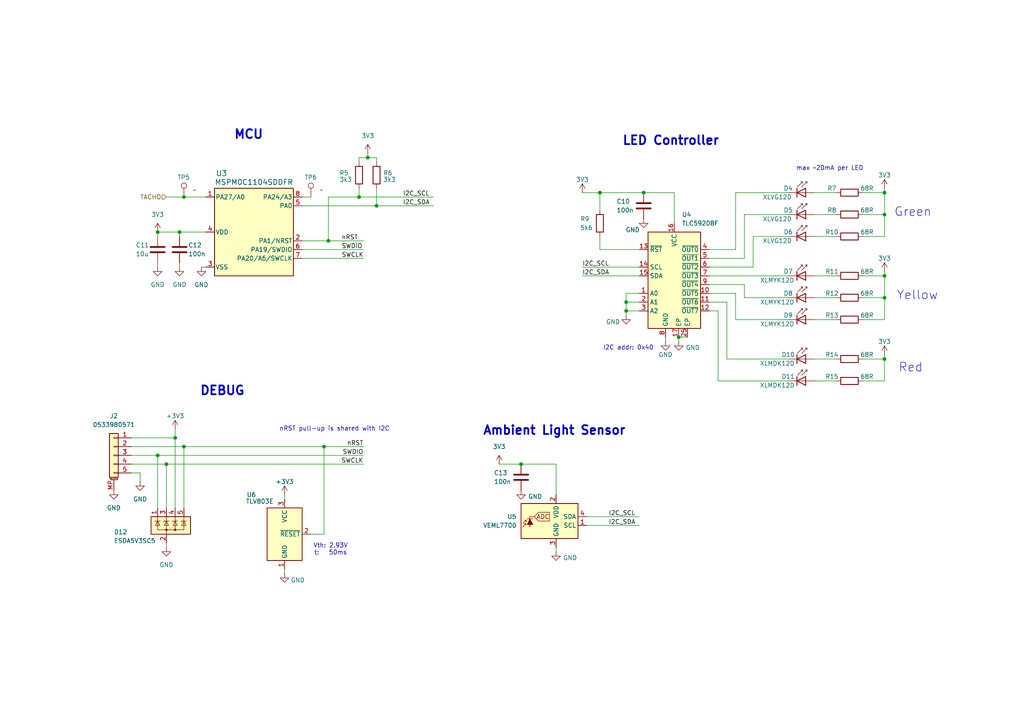
<source format=kicad_sch>
(kicad_sch (version 20231120) (generator "eeschema") (generator_version "8.0")
  (paper "A4")
  (lib_symbols
    (symbol "Connector:TestPoint" (pin_numbers hide) (pin_names (offset 0.762) hide)
      (property "Reference" "TP" (at 0 6.858 0))
      (property "Value" "TestPoint" (at 0 5.08 0))
      (symbol "TestPoint_0_1"
        (circle (center 0 3.302) (radius 0.762))
      )
      (symbol "TestPoint_1_1"
        (pin passive line (at 0 0 90) (length 2.54) (name "1") (number "1"))
      )
    )
    (symbol "Connector_Generic_MountingPin:Conn_01x05_MountingPin" (pin_names (offset 1.016) hide)
      (property "Reference" "J" (at 0 7.62 0))
      (property "Value" "Conn_01x05_MountingPin" (at 1.27 -7.62 0))
      (symbol "Conn_01x05_MountingPin_1_1"
        (rectangle (start -1.27 -4.953) (end 0 -5.207) (stroke (width 0.1524)))
        (rectangle (start -1.27 -2.413) (end 0 -2.667) (stroke (width 0.1524)))
        (rectangle (start -1.27 0.127) (end 0 -0.127) (stroke (width 0.1524)))
        (rectangle (start -1.27 2.667) (end 0 2.413) (stroke (width 0.1524)))
        (rectangle (start -1.27 5.207) (end 0 4.953) (stroke (width 0.1524)))
        (rectangle (start -1.27 6.35) (end 1.27 -6.35) (stroke (width 0.254)) (fill (type background)))
        (polyline (pts (xy -1.016 -7.112) (xy 1.016 -7.112)) (stroke (width 0.1524)))
        (text "Mounting" (at 0 -6.731 0) (effects (font (size 0.381 0.381))))
        (pin passive line (at -5.08 5.08 0) (length 3.81) (name "Pin_1") (number "1"))
        (pin passive line (at -5.08 2.54 0) (length 3.81) (name "Pin_2") (number "2"))
        (pin passive line (at -5.08 0 0) (length 3.81) (name "Pin_3") (number "3"))
        (pin passive line (at -5.08 -2.54 0) (length 3.81) (name "Pin_4") (number "4"))
        (pin passive line (at -5.08 -5.08 0) (length 3.81) (name "Pin_5") (number "5"))
        (pin passive line (at 0 -10.16 90) (length 3.048) (name "MountPin") (number "MP"))
      )
    )
    (symbol "Device:C" (pin_numbers hide) (pin_names (offset 0.254))
      (property "Reference" "C" (at 0.635 2.54 0))
      (property "Value" "C" (at 0.635 -2.54 0))
      (symbol "C_0_1"
        (polyline (pts (xy -2.032 -0.762) (xy 2.032 -0.762)) (stroke (width 0.508)))
        (polyline (pts (xy -2.032 0.762) (xy 2.032 0.762)) (stroke (width 0.508)))
      )
      (symbol "C_1_1"
        (pin passive line (at 0 3.81 270) (length 2.794) (name "~") (number "1"))
        (pin passive line (at 0 -3.81 90) (length 2.794) (name "~") (number "2"))
      )
    )
    (symbol "Device:R" (pin_numbers hide) (pin_names (offset 0))
      (property "Reference" "R" (at 2.032 0 90))
      (property "Value" "R" (at 0 0 90))
      (symbol "R_0_1"
        (rectangle (start -1.016 -2.54) (end 1.016 2.54) (stroke (width 0.254)))
      )
      (symbol "R_1_1"
        (pin passive line (at 0 3.81 270) (length 1.27) (name "~") (number "1"))
        (pin passive line (at 0 -3.81 90) (length 1.27) (name "~") (number "2"))
      )
    )
    (symbol "LED:LD271" (pin_numbers hide) (pin_names (offset 1.016) hide)
      (property "Reference" "D" (at 0.508 1.778 0))
      (property "Value" "LD271" (at -1.016 -2.794 0))
      (symbol "LD271_0_1"
        (polyline (pts (xy -2.54 1.27) (xy -2.54 -1.27)) (stroke (width 0.254)))
        (polyline (pts (xy 0 0) (xy -2.54 0)))
        (polyline (pts (xy 0.381 3.175) (xy -0.127 3.175)))
        (polyline (pts (xy -1.143 1.651) (xy 0.381 3.175) (xy 0.381 2.667)))
        (polyline (pts (xy 0 -1.27) (xy -2.54 0) (xy 0 1.27) (xy 0 -1.27)) (stroke (width 0.254)))
        (polyline (pts (xy -2.413 1.651) (xy -0.889 3.175) (xy -0.889 2.667) (xy -0.889 3.175) (xy -1.397 3.175)))
      )
      (symbol "LD271_1_1"
        (pin passive line (at -5.08 0 0) (length 2.54) (name "K") (number "1"))
        (pin passive line (at 2.54 0 180) (length 2.54) (name "A") (number "2"))
      )
    )
    (symbol "Personal_lib:MSPM0C1104SDDFR" (pin_names (offset 0.254))
      (property "Reference" "U" (at 8.382 8.89 0))
      (property "Value" "MSPM0C1104SDDFR" (at 18.796 6.604 0))
      (symbol "MSPM0C1104SDDFR_1_1"
        (rectangle (start 7.62 5.08) (end 30.48 -20.32) (stroke (width 0.254)) (fill (type background)))
        (pin bidirectional line (at 5.08 2.54 0) (length 2.54) (name "PA27/A0") (number "1"))
        (pin bidirectional line (at 33.02 -10.16 180) (length 2.54) (name "PA1/NRST") (number "2"))
        (pin power_in line (at 5.08 -17.78 0) (length 2.54) (name "VSS") (number "3"))
        (pin power_in line (at 5.08 -7.62 0) (length 2.54) (name "VDD") (number "4"))
        (pin bidirectional line (at 33.02 0 180) (length 2.54) (name "PA0") (number "5"))
        (pin bidirectional line (at 33.02 -12.7 180) (length 2.54) (name "PA19/SWDIO") (number "6"))
        (pin bidirectional line (at 33.02 -15.24 180) (length 2.54) (name "PA20/A6/SWCLK") (number "7"))
        (pin bidirectional line (at 33.02 2.54 180) (length 2.54) (name "PA24/A3") (number "8"))
      )
    )
    (symbol "Personal_lib:TLC59208F"
      (property "Reference" "U" (at -13.208 16.51 0))
      (property "Value" "TLC59208F" (at -8.636 14.478 0))
      (symbol "TLC59208F_1_0"
        (pin input line (at -10.16 -5.08 0) (length 2.54) (name "A0") (number "1"))
        (pin open_collector line (at 10.16 -5.08 180) (length 2.54) (name "~{OUT5}") (number "10"))
        (pin open_collector line (at 10.16 -7.62 180) (length 2.54) (name "~{OUT6}") (number "11"))
        (pin open_collector line (at 10.16 -10.16 180) (length 2.54) (name "~{OUT7}") (number "12"))
        (pin input line (at -10.16 7.62 0) (length 2.54) (name "~{RST}") (number "13"))
        (pin bidirectional line (at -10.16 2.54 0) (length 2.54) (name "SCL") (number "14"))
        (pin bidirectional line (at -10.16 0 0) (length 2.54) (name "SDA") (number "15"))
        (pin power_in line (at 0 15.24 270) (length 2.54) (name "VCC") (number "16"))
        (pin power_in line (at 1.27 -17.78 90) (length 2.54) (name "EP") (number "17"))
        (pin input line (at -10.16 -7.62 0) (length 2.54) (name "A1") (number "2"))
        (pin power_in line (at 3.81 -17.78 90) (length 2.54) (name "EP") (number "25"))
        (pin input line (at -10.16 -10.16 0) (length 2.54) (name "A2") (number "3"))
        (pin open_collector line (at 10.16 7.62 180) (length 2.54) (name "~{OUT0}") (number "4"))
        (pin open_collector line (at 10.16 5.08 180) (length 2.54) (name "~{OUT1}") (number "5"))
        (pin open_collector line (at 10.16 2.54 180) (length 2.54) (name "~{OUT2}") (number "6"))
        (pin open_collector line (at 10.16 0 180) (length 2.54) (name "~{OUT3}") (number "7"))
        (pin power_in line (at -2.54 -17.78 90) (length 2.54) (name "GND") (number "8"))
        (pin open_collector line (at 10.16 -2.54 180) (length 2.54) (name "~{OUT4}") (number "9"))
      )
      (symbol "TLC59208F_1_1"
        (rectangle (start -7.62 12.7) (end 7.62 -15.24) (stroke (width 0.254)) (fill (type background)))
      )
    )
    (symbol "Personal_lib:TLV803ExxxDBZ"
      (property "Reference" "U" (at 2.54 12.7 0))
      (property "Value" "TLV803E" (at 5.08 10.16 0))
      (symbol "TLV803ExxxDBZ_0_1"
        (rectangle (start 5.08 7.62) (end -5.08 -7.62) (stroke (width 0.254)) (fill (type background)))
      )
      (symbol "TLV803ExxxDBZ_1_1"
        (pin power_in line (at 0 -10.16 90) (length 2.54) (name "GND") (number "1"))
        (pin output line (at 7.62 0 180) (length 2.54) (name "~{RESET}") (number "2"))
        (pin power_in line (at 0 10.16 270) (length 2.54) (name "VCC") (number "3"))
      )
    )
    (symbol "Personal_lib:VEML7700"
      (property "Reference" "U" (at -6.35 6.35 0))
      (property "Value" "VEML7700" (at 3.81 6.35 0))
      (symbol "VEML7700_0_0"
        (polyline (pts (xy -3.81 1.27) (xy -2.54 2.54) (xy 0.635 2.54) (xy 0.635 0) (xy -2.54 0) (xy -3.81 1.27)))
        (text "ADC" (at -1.27 1.27 0) (effects (font (size 1.27 1.27))))
      )
      (symbol "VEML7700_0_1"
        (rectangle (start -7.62 5.08) (end 8.89 -5.08) (stroke (width 0.254)) (fill (type background)))
      )
      (symbol "VEML7700_1_0"
        (polyline (pts (xy -5.08 -1.524) (xy -5.08 1.27) (xy -3.81 1.27)))
      )
      (symbol "VEML7700_1_1"
        (polyline (pts (xy -6.223 -0.762) (xy -7.112 -1.651)))
        (polyline (pts (xy -6.223 -0.762) (xy -6.731 -0.762)))
        (polyline (pts (xy -6.223 -0.762) (xy -6.223 -1.27)))
        (polyline (pts (xy -6.096 0.254) (xy -6.985 -0.635)))
        (polyline (pts (xy -6.096 0.254) (xy -6.604 0.254)))
        (polyline (pts (xy -6.096 0.254) (xy -6.096 -0.254)))
        (polyline (pts (xy -5.842 0.635) (xy -4.191 0.635)))
        (polyline (pts (xy -4.826 -1.524) (xy -5.334 -1.524)))
        (polyline (pts (xy -5.842 -1.016) (xy -4.191 -1.016) (xy -5.08 0.635) (xy -5.842 -1.016)) (fill (type outline)))
        (pin input line (at 11.43 -1.27 180) (length 2.54) (name "SCL") (number "1"))
        (pin power_in line (at 2.54 7.62 270) (length 2.54) (name "VDD") (number "2"))
        (pin power_in line (at 2.54 -7.62 90) (length 2.54) (name "GND") (number "3"))
        (pin bidirectional line (at 11.43 1.27 180) (length 2.54) (name "SDA") (number "4"))
      )
    )
    (symbol "Power_Protection:ESDA5V3SC5" (pin_names hide)
      (property "Reference" "D" (at 7.62 2.54 0))
      (property "Value" "ESDA5V3SC5" (at 7.62 0.635 0))
      (symbol "ESDA5V3SC5_0_0"
        (pin passive line (at 0 -5.08 90) (length 2.54) (name "A") (number "2"))
      )
      (symbol "ESDA5V3SC5_0_1"
        (rectangle (start -4.445 2.54) (end 6.985 -2.54) (stroke (width 0.254)) (fill (type background)))
        (circle (center 0 -1.27) (radius 0.254) (fill (type outline)))
        (polyline (pts (xy -2.54 2.54) (xy -2.54 1.27)))
        (polyline (pts (xy 0 -1.27) (xy 0 -2.54)))
        (polyline (pts (xy 0 -1.27) (xy 0 1.27)))
        (polyline (pts (xy 0 2.54) (xy 0 1.27)))
        (polyline (pts (xy 2.54 2.54) (xy 2.54 1.27)))
        (polyline (pts (xy 5.08 2.54) (xy 5.08 1.27)))
        (polyline (pts (xy -3.302 1.016) (xy -3.302 1.27) (xy -1.778 1.27)))
        (polyline (pts (xy 0.762 1.27) (xy -0.762 1.27) (xy -0.762 1.016)))
        (polyline (pts (xy 5.08 1.27) (xy 5.08 -1.27) (xy 2.54 -1.27)))
        (polyline (pts (xy -2.54 1.27) (xy -2.54 -1.27) (xy 2.54 -1.27) (xy 2.54 1.27)))
        (polyline (pts (xy -2.54 1.27) (xy -1.905 0) (xy -3.175 0) (xy -2.54 1.27)))
        (polyline (pts (xy 0.635 0) (xy -0.635 0) (xy 0 1.27) (xy 0.635 0)))
        (polyline (pts (xy 1.778 1.016) (xy 1.778 1.27) (xy 3.175 1.27) (xy 3.302 1.27)))
        (polyline (pts (xy 2.54 1.27) (xy 1.905 0) (xy 3.175 0) (xy 2.54 1.27)))
        (polyline (pts (xy 4.318 1.016) (xy 4.318 1.27) (xy 5.715 1.27) (xy 5.842 1.27)))
        (polyline (pts (xy 5.08 1.27) (xy 4.445 0) (xy 5.715 0) (xy 5.08 1.27)))
        (circle (center 2.54 -1.27) (radius 0.254) (fill (type outline)))
      )
      (symbol "ESDA5V3SC5_1_1"
        (pin passive line (at -2.54 5.08 270) (length 2.54) (name "K") (number "1"))
        (pin passive line (at 0 5.08 270) (length 2.54) (name "K") (number "3"))
        (pin passive line (at 2.54 5.08 270) (length 2.54) (name "K") (number "4"))
        (pin passive line (at 5.08 5.08 270) (length 2.54) (name "K") (number "5"))
      )
    )
    (symbol "power:+12V" (power) (pin_numbers hide) (pin_names (offset 0) hide)
      (property "Value" "+12V" (at 0 3.556 0))
      (symbol "+12V_0_1"
        (polyline (pts (xy -0.762 1.27) (xy 0 2.54)))
        (polyline (pts (xy 0 0) (xy 0 2.54)))
        (polyline (pts (xy 0 2.54) (xy 0.762 1.27)))
      )
      (symbol "+12V_1_1"
        (pin power_in line (at 0 0 90) (length 0) (name "~") (number "1"))
      )
    )
    (symbol "power:+3V3" (power) (pin_names (offset 0))
      (property "Value" "+3V3" (at 0 3.556 0))
      (symbol "+3V3_0_1"
        (polyline (pts (xy -0.762 1.27) (xy 0 2.54)))
        (polyline (pts (xy 0 0) (xy 0 2.54)))
        (polyline (pts (xy 0 2.54) (xy 0.762 1.27)))
      )
      (symbol "+3V3_1_1"
        (pin power_in line (at 0 0 90) (length 0) hide (name "+3V3") (number "1"))
      )
    )
    (symbol "power:GND" (power) (pin_numbers hide) (pin_names (offset 0) hide)
      (property "Value" "GND" (at 0 -3.81 0))
      (symbol "GND_0_1"
        (polyline (pts (xy 0 0) (xy 0 -1.27) (xy 1.27 -1.27) (xy 0 -2.54) (xy -1.27 -1.27) (xy 0 -1.27)))
      )
      (symbol "GND_1_1"
        (pin power_in line (at 0 0 270) (length 0) (name "~") (number "1"))
      )
    )
  )
  (junction (at 106.68 45.72))
  (junction (at 95.25 69.85))
  (junction (at 48.26 134.62))
  (junction (at 53.34 129.54))
  (junction (at 256.54 86.36))
  (junction (at 52.07 67.31))
  (junction (at 53.34 57.15))
  (junction (at 173.99 55.88))
  (junction (at 256.54 62.23))
  (junction (at 104.14 57.15))
  (junction (at 45.72 67.31))
  (junction (at 50.8 127))
  (junction (at 186.69 55.88))
  (junction (at 93.98 129.54))
  (junction (at 181.61 90.17))
  (junction (at 196.85 97.79))
  (junction (at 181.61 87.63))
  (junction (at 256.54 104.14))
  (junction (at 256.54 80.01))
  (junction (at 151.13 134.62))
  (junction (at 256.54 55.88))
  (junction (at 45.72 132.08))
  (junction (at 109.22 59.69))
  (wire (pts (xy 210.82 87.63) (xy 210.82 104.14)))
  (wire (pts (xy 50.8 124.46) (xy 50.8 127)))
  (wire (pts (xy 195.58 55.88) (xy 195.58 64.77)))
  (wire (pts (xy 173.99 68.58) (xy 173.99 72.39)))
  (wire (pts (xy 87.63 59.69) (xy 109.22 59.69)))
  (wire (pts (xy 215.9 62.23) (xy 228.6 62.23)))
  (wire (pts (xy 213.36 85.09) (xy 213.36 92.71)))
  (wire (pts (xy 185.42 90.17) (xy 181.61 90.17)))
  (wire (pts (xy 87.63 74.93) (xy 105.41 74.93)))
  (wire (pts (xy 50.8 147.32) (xy 50.8 127)))
  (wire (pts (xy 95.25 57.15) (xy 104.14 57.15)))
  (wire (pts (xy 236.22 80.01) (xy 242.57 80.01)))
  (wire (pts (xy 173.99 72.39) (xy 185.42 72.39)))
  (wire (pts (xy 173.99 55.88) (xy 186.69 55.88)))
  (wire (pts (xy 205.74 85.09) (xy 213.36 85.09)))
  (wire (pts (xy 151.13 134.62) (xy 161.29 134.62)))
  (wire (pts (xy 170.18 149.86) (xy 185.42 149.86)))
  (wire (pts (xy 205.74 90.17) (xy 208.28 90.17)))
  (wire (pts (xy 38.1 132.08) (xy 45.72 132.08)))
  (wire (pts (xy 250.19 86.36) (xy 256.54 86.36)))
  (wire (pts (xy 256.54 102.87) (xy 256.54 104.14)))
  (wire (pts (xy 45.72 132.08) (xy 45.72 147.32)))
  (wire (pts (xy 236.22 62.23) (xy 242.57 62.23)))
  (wire (pts (xy 38.1 134.62) (xy 48.26 134.62)))
  (wire (pts (xy 52.07 67.31) (xy 59.69 67.31)))
  (wire (pts (xy 82.55 143.51) (xy 82.55 144.78)))
  (wire (pts (xy 193.04 99.06) (xy 193.04 97.79)))
  (wire (pts (xy 256.54 54.61) (xy 256.54 55.88)))
  (wire (pts (xy 58.42 77.47) (xy 59.69 77.47)))
  (wire (pts (xy 205.74 72.39) (xy 213.36 72.39)))
  (wire (pts (xy 213.36 92.71) (xy 228.6 92.71)))
  (wire (pts (xy 168.91 80.01) (xy 185.42 80.01)))
  (wire (pts (xy 45.72 67.31) (xy 52.07 67.31)))
  (wire (pts (xy 45.72 76.2) (xy 45.72 77.47)))
  (wire (pts (xy 236.22 68.58) (xy 242.57 68.58)))
  (wire (pts (xy 250.19 68.58) (xy 256.54 68.58)))
  (wire (pts (xy 185.42 87.63) (xy 181.61 87.63)))
  (wire (pts (xy 45.72 67.31) (xy 45.72 68.58)))
  (wire (pts (xy 48.26 134.62) (xy 105.41 134.62)))
  (wire (pts (xy 48.26 57.15) (xy 53.34 57.15)))
  (wire (pts (xy 205.74 82.55) (xy 215.9 82.55)))
  (wire (pts (xy 208.28 110.49) (xy 228.6 110.49)))
  (wire (pts (xy 53.34 129.54) (xy 93.98 129.54)))
  (wire (pts (xy 109.22 54.61) (xy 109.22 59.69)))
  (wire (pts (xy 196.85 99.06) (xy 196.85 97.79)))
  (wire (pts (xy 106.68 45.72) (xy 109.22 45.72)))
  (wire (pts (xy 93.98 154.94) (xy 93.98 129.54)))
  (wire (pts (xy 170.18 152.4) (xy 185.42 152.4)))
  (wire (pts (xy 186.69 55.88) (xy 195.58 55.88)))
  (wire (pts (xy 87.63 57.15) (xy 90.17 57.15)))
  (wire (pts (xy 53.34 57.15) (xy 59.69 57.15)))
  (wire (pts (xy 52.07 67.31) (xy 52.07 68.58)))
  (wire (pts (xy 250.19 92.71) (xy 256.54 92.71)))
  (wire (pts (xy 236.22 110.49) (xy 242.57 110.49)))
  (wire (pts (xy 236.22 92.71) (xy 242.57 92.71)))
  (wire (pts (xy 104.14 46.99) (xy 104.14 45.72)))
  (wire (pts (xy 52.07 76.2) (xy 52.07 77.47)))
  (wire (pts (xy 173.99 55.88) (xy 173.99 60.96)))
  (wire (pts (xy 236.22 104.14) (xy 242.57 104.14)))
  (wire (pts (xy 95.25 69.85) (xy 95.25 57.15)))
  (wire (pts (xy 218.44 68.58) (xy 228.6 68.58)))
  (wire (pts (xy 38.1 137.16) (xy 40.64 137.16)))
  (wire (pts (xy 168.91 55.88) (xy 173.99 55.88)))
  (wire (pts (xy 215.9 86.36) (xy 228.6 86.36)))
  (wire (pts (xy 90.17 154.94) (xy 93.98 154.94)))
  (wire (pts (xy 109.22 59.69) (xy 125.73 59.69)))
  (wire (pts (xy 87.63 69.85) (xy 95.25 69.85)))
  (wire (pts (xy 215.9 74.93) (xy 215.9 62.23)))
  (wire (pts (xy 181.61 90.17) (xy 181.61 91.44)))
  (wire (pts (xy 236.22 86.36) (xy 242.57 86.36)))
  (wire (pts (xy 236.22 55.88) (xy 242.57 55.88)))
  (wire (pts (xy 95.25 69.85) (xy 105.41 69.85)))
  (wire (pts (xy 213.36 55.88) (xy 228.6 55.88)))
  (wire (pts (xy 144.78 134.62) (xy 151.13 134.62)))
  (wire (pts (xy 250.19 104.14) (xy 256.54 104.14)))
  (wire (pts (xy 256.54 86.36) (xy 256.54 92.71)))
  (wire (pts (xy 82.55 165.1) (xy 82.55 166.37)))
  (wire (pts (xy 161.29 160.02) (xy 161.29 158.75)))
  (wire (pts (xy 45.72 132.08) (xy 105.41 132.08)))
  (wire (pts (xy 106.68 45.72) (xy 106.68 44.45)))
  (wire (pts (xy 218.44 77.47) (xy 218.44 68.58)))
  (wire (pts (xy 205.74 80.01) (xy 228.6 80.01)))
  (wire (pts (xy 104.14 57.15) (xy 125.73 57.15)))
  (wire (pts (xy 185.42 85.09) (xy 181.61 85.09)))
  (wire (pts (xy 53.34 129.54) (xy 53.34 147.32)))
  (wire (pts (xy 256.54 55.88) (xy 256.54 62.23)))
  (wire (pts (xy 250.19 110.49) (xy 256.54 110.49)))
  (wire (pts (xy 205.74 77.47) (xy 218.44 77.47)))
  (wire (pts (xy 215.9 82.55) (xy 215.9 86.36)))
  (wire (pts (xy 208.28 90.17) (xy 208.28 110.49)))
  (wire (pts (xy 256.54 62.23) (xy 256.54 68.58)))
  (wire (pts (xy 168.91 77.47) (xy 185.42 77.47)))
  (wire (pts (xy 48.26 134.62) (xy 48.26 147.32)))
  (wire (pts (xy 199.39 97.79) (xy 196.85 97.79)))
  (wire (pts (xy 210.82 104.14) (xy 228.6 104.14)))
  (wire (pts (xy 205.74 87.63) (xy 210.82 87.63)))
  (wire (pts (xy 38.1 129.54) (xy 53.34 129.54)))
  (wire (pts (xy 205.74 74.93) (xy 215.9 74.93)))
  (wire (pts (xy 256.54 78.74) (xy 256.54 80.01)))
  (wire (pts (xy 181.61 85.09) (xy 181.61 87.63)))
  (wire (pts (xy 104.14 54.61) (xy 104.14 57.15)))
  (wire (pts (xy 93.98 129.54) (xy 105.41 129.54)))
  (wire (pts (xy 40.64 137.16) (xy 40.64 139.7)))
  (wire (pts (xy 161.29 134.62) (xy 161.29 143.51)))
  (wire (pts (xy 256.54 104.14) (xy 256.54 110.49)))
  (wire (pts (xy 181.61 87.63) (xy 181.61 90.17)))
  (wire (pts (xy 87.63 72.39) (xy 105.41 72.39)))
  (wire (pts (xy 38.1 127) (xy 50.8 127)))
  (wire (pts (xy 109.22 45.72) (xy 109.22 46.99)))
  (wire (pts (xy 104.14 45.72) (xy 106.68 45.72)))
  (wire (pts (xy 256.54 80.01) (xy 256.54 86.36)))
  (wire (pts (xy 250.19 80.01) (xy 256.54 80.01)))
  (wire (pts (xy 250.19 62.23) (xy 256.54 62.23)))
  (wire (pts (xy 250.19 55.88) (xy 256.54 55.88)))
  (wire (pts (xy 213.36 72.39) (xy 213.36 55.88)))
  (wire (pts (xy 48.26 157.48) (xy 48.26 158.75)))
  (text "I2C addr: 0x40" (at 182.245 100.965 0) (effects (font (size 1.27 1.27))))
  (text "Green\n" (at 264.795 61.595 0) (effects (font (size 2.54 2.54))))
  (text "Red" (at 264.16 106.68 0) (effects (font (size 2.54 2.54))))
  (text "max ~20mA per LED" (at 240.665 48.895 0) (effects (font (size 1.27 1.27))))
  (text "Ambient Light Sensor" (at 160.782 124.968 0) (effects (font (size 2.54 2.54) (thickness 0.508) (bold yes))))
  (text "MCU" (at 72.136 39.116 0) (effects (font (size 2.54 2.54) (thickness 0.508) (bold yes))))
  (text "nRST pull-up is shared with I2C" (at 97.028 124.46 0) (effects (font (size 1.27 1.27))))
  (text "Yellow" (at 266.065 85.725 0) (effects (font (size 2.54 2.54))))
  (text "Vth: 2.93V\nt:   50ms" (at 95.885 159.385 0) (effects (font (size 1.27 1.27))))
  (text "LED Controller" (at 194.564 40.894 0) (effects (font (size 2.54 2.54) (thickness 0.508) (bold yes))))
  (text "DEBUG" (at 71.12 114.935 0) (effects (font (size 2.54 2.54) (thickness 0.508) (bold yes)) (justify right bottom)))
  (label "SWCLK" (at 99.06 74.93 0))
  (label "I2C_SCL" (at 116.84 57.15 0))
  (label "nRST" (at 99.06 69.85 0))
  (label "I2C_SDA" (at 176.53 152.4 0))
  (label "SWDIO" (at 99.06 72.39 0))
  (label "SWDIO" (at 105.41 132.08 180))
  (label "I2C_SDA" (at 168.91 80.01 0))
  (label "I2C_SDA" (at 116.84 59.69 0))
  (label "I2C_SCL" (at 168.91 77.47 0))
  (label "SWCLK" (at 105.41 134.62 180))
  (label "nRST" (at 105.41 129.54 180))
  (label "I2C_SCL" (at 176.53 149.86 0))
  (hierarchical_label "TACHO" (shape input) (at 48.26 57.15 180))
  (symbol (lib_id "power:GND") (at 161.29 160.02 0) (unit 1)
    (property "Reference" "#PWR038" (effects (hide yes)))
    (property "Value" "GND" (at 165.354 161.798 0))
    (property "Description" "Power symbol creates a global label with name \"GND\" , ground" (effects (hide yes)))
  )
  (symbol (lib_id "power:GND") (at 33.02 142.24 0) (mirror y) (unit 1)
    (property "Reference" "#PWR034" (effects (hide yes)))
    (property "Value" "GND" (at 33.02 147.32 0))
  )
  (symbol (lib_id "Connector_Generic_MountingPin:Conn_01x05_MountingPin") (at 33.02 132.08 0) (mirror y) (unit 1)
    (property "Reference" "J2" (at 33.02 120.65 0))
    (property "Value" "0533980571" (at 33.02 123.19 0))
    (property "Footprint" "Connector_Molex:Molex_PicoBlade_53398-0571_1x05-1MP_P1.25mm_Vertical" (effects (hide yes)))
  )
  (symbol (lib_id "LED:LD271") (at 233.68 80.01 0) (unit 1)
    (property "Reference" "D7" (at 228.6 78.74 0))
    (property "Value" "XLMYK12D" (at 225.425 81.28 0))
    (property "Footprint" "LED_THT:LED_D5.0mm_IRGrey" (effects (hide yes)))
    (property "MPN" "XLMYK12D" (effects (hide yes)))
  )
  (symbol (lib_id "LED:LD271") (at 233.68 104.14 0) (unit 1)
    (property "Reference" "D10" (at 228.6 102.87 0))
    (property "Value" "XLMDK12D" (at 225.425 105.41 0))
    (property "Footprint" "LED_THT:LED_D5.0mm_IRGrey" (effects (hide yes)))
    (property "MPN" "XLMDK12D" (effects (hide yes)))
  )
  (symbol (lib_id "power:GND") (at 52.07 77.47 0) (unit 1)
    (property "Reference" "#PWR024" (effects (hide yes)))
    (property "Value" "GND" (at 52.07 82.55 0))
    (property "Description" "Power symbol creates a global label with name \"GND\" , ground" (effects (hide yes)))
  )
  (symbol (lib_id "Device:R") (at 246.38 110.49 90) (unit 1)
    (property "Reference" "R15" (at 241.3 109.22 90))
    (property "Value" "68R" (at 251.46 109.22 90))
    (property "Footprint" "Resistor_SMD:R_0402_1005Metric" (effects (hide yes)))
    (property "Description" "Resistor" (effects (hide yes)))
  )
  (symbol (lib_id "Device:R") (at 246.38 86.36 90) (unit 1)
    (property "Reference" "R12" (at 241.3 85.09 90))
    (property "Value" "68R" (at 251.46 85.09 90))
    (property "Footprint" "Resistor_SMD:R_0402_1005Metric" (effects (hide yes)))
    (property "Description" "Resistor" (effects (hide yes)))
  )
  (symbol (lib_id "LED:LD271") (at 233.68 110.49 0) (unit 1)
    (property "Reference" "D11" (at 228.6 109.22 0))
    (property "Value" "XLMDK12D" (at 225.425 111.76 0))
    (property "Footprint" "LED_THT:LED_D5.0mm_IRGrey" (effects (hide yes)))
    (property "MPN" "XLMDK12D" (effects (hide yes)))
  )
  (symbol (lib_id "power:GND") (at 193.04 99.06 0) (unit 1)
    (property "Reference" "#PWR028" (effects (hide yes)))
    (property "Value" "GND" (at 193.04 102.87 0))
    (property "Description" "Power symbol creates a global label with name \"GND\" , ground" (effects (hide yes)))
  )
  (symbol (lib_id "Device:R") (at 246.38 55.88 90) (unit 1)
    (property "Reference" "R7" (at 241.3 54.61 90))
    (property "Value" "68R" (at 251.46 54.61 90))
    (property "Footprint" "Resistor_SMD:R_0402_1005Metric" (effects (hide yes)))
    (property "Description" "Resistor" (effects (hide yes)))
  )
  (symbol (lib_id "Power_Protection:ESDA5V3SC5") (at 48.26 152.4 0) (unit 1)
    (property "Reference" "D12" (at 33.02 154.305 0) (effects (justify left)))
    (property "Value" "ESDA5V3SC5" (at 33.02 156.845 0) (effects (justify left)))
    (property "Footprint" "Package_TO_SOT_SMD:SOT-23-5" (effects (hide yes)))
    (property "Datasheet" "https://www.st.com/resource/en/datasheet/esda5v3sc6.pdf" (effects (hide yes)))
    (property "Description" "Quad TVS Diode Array, 5.3V Standoff, 4 Channels, 400W, ±30kV, SOT-23-5" (effects (hide yes)))
  )
  (symbol (lib_id "LED:LD271") (at 233.68 55.88 0) (unit 1)
    (property "Reference" "D4" (at 228.6 54.61 0))
    (property "Value" "XLVG12D" (at 225.425 57.15 0))
    (property "Footprint" "LED_THT:LED_D5.0mm_IRGrey" (effects (hide yes)))
    (property "MPN" "XLVG12D" (effects (hide yes)))
  )
  (symbol (lib_id "power:GND") (at 151.13 142.24 0) (unit 1)
    (property "Reference" "#PWR035" (effects (hide yes)))
    (property "Value" "GND" (at 155.194 144.018 0))
    (property "Description" "Power symbol creates a global label with name \"GND\" , ground" (effects (hide yes)))
  )
  (symbol (lib_id "power:GND") (at 58.42 77.47 0) (unit 1)
    (property "Reference" "#PWR025" (effects (hide yes)))
    (property "Value" "GND" (at 58.42 82.55 0))
    (property "Description" "Power symbol creates a global label with name \"GND\" , ground" (effects (hide yes)))
  )
  (symbol (lib_id "power:+3V3") (at 82.55 143.51 0) (unit 1)
    (property "Reference" "#PWR036" (effects (hide yes)))
    (property "Value" "+3V3" (at 82.55 139.7 0))
  )
  (symbol (lib_id "Personal_lib:VEML7700") (at 158.75 151.13 0) (unit 1)
    (property "Reference" "U5" (at 149.86 149.8599 0) (effects (justify right)))
    (property "Value" "VEML7700" (at 149.86 152.3999 0) (effects (justify right)))
    (property "Footprint" "Personal_Lib:Vishay_VEML7700" (effects (hide yes)))
    (property "Description" "Ambient Light Sensor, I2C interface" (effects (hide yes)))
  )
  (symbol (lib_id "Device:C") (at 45.72 72.39 180) (unit 1)
    (property "Reference" "C11" (at 39.37 71.12 0) (effects (justify right)))
    (property "Value" "10u" (at 39.37 73.66 0) (effects (justify right)))
    (property "Footprint" "Capacitor_SMD:C_1206_3216Metric" (effects (hide yes)))
    (property "Description" "Unpolarized capacitor" (effects (hide yes)))
    (property "MPN" "CL31B106KAHNNNE" (effects (hide yes)))
  )
  (symbol (lib_id "Connector:TestPoint") (at 90.17 57.15 0) (unit 1)
    (property "Reference" "TP6" (at 88.265 51.435 0) (effects (justify left)))
    (property "Value" "~" (at 92.71 55.1179 0) (effects (justify left)))
    (property "Footprint" "TestPoint:TestPoint_Pad_D1.0mm" (effects (hide yes)))
    (property "Description" "test point" (effects (hide yes)))
  )
  (symbol (lib_id "power:+12V") (at 256.54 78.74 0) (unit 1)
    (property "Reference" "#PWR026" (effects (hide yes)))
    (property "Value" "3V3" (at 256.54 74.93 0))
    (property "Description" "Power symbol creates a global label with name \"+12V\"" (effects (hide yes)))
  )
  (symbol (lib_id "power:+12V") (at 168.91 55.88 0) (unit 1)
    (property "Reference" "#PWR020" (effects (hide yes)))
    (property "Value" "3V3" (at 168.91 52.07 0))
    (property "Description" "Power symbol creates a global label with name \"+12V\"" (effects (hide yes)))
  )
  (symbol (lib_id "Personal_lib:MSPM0C1104SDDFR") (at 54.61 59.69 0) (unit 1)
    (property "Reference" "U3" (at 64.262 50.292 0) (effects (font (size 1.524 1.524))))
    (property "Value" "MSPM0C1104SDDFR" (at 73.66 52.832 0) (effects (font (size 1.524 1.524))))
    (property "Footprint" "Package_TO_SOT_SMD:SOT-23-8" (effects (hide yes)))
    (property "Datasheet" "MSPM0C1104SDDFR" (effects (hide yes)))
  )
  (symbol (lib_id "LED:LD271") (at 233.68 86.36 0) (unit 1)
    (property "Reference" "D8" (at 228.6 85.09 0))
    (property "Value" "XLMYK12D" (at 225.425 87.63 0))
    (property "Footprint" "LED_THT:LED_D5.0mm_IRGrey" (effects (hide yes)))
    (property "MPN" "XLMYK12D" (effects (hide yes)))
  )
  (symbol (lib_id "Device:R") (at 109.22 50.8 0) (unit 1)
    (property "Reference" "R6" (at 111.125 50.165 0) (effects (justify left)))
    (property "Value" "3k3" (at 111.125 52.07 0) (effects (justify left)))
    (property "Footprint" "Resistor_SMD:R_0402_1005Metric" (effects (hide yes)))
    (property "Description" "Resistor" (effects (hide yes)))
  )
  (symbol (lib_id "Device:R") (at 104.14 50.8 0) (unit 1)
    (property "Reference" "R5" (at 98.425 50.165 0) (effects (justify left)))
    (property "Value" "3k3" (at 98.425 52.07 0) (effects (justify left)))
    (property "Footprint" "Resistor_SMD:R_0402_1005Metric" (effects (hide yes)))
    (property "Description" "Resistor" (effects (hide yes)))
  )
  (symbol (lib_id "Device:R") (at 246.38 104.14 90) (unit 1)
    (property "Reference" "R14" (at 241.3 102.87 90))
    (property "Value" "68R" (at 251.46 102.87 90))
    (property "Footprint" "Resistor_SMD:R_0402_1005Metric" (effects (hide yes)))
    (property "Description" "Resistor" (effects (hide yes)))
  )
  (symbol (lib_id "Device:C") (at 186.69 59.69 0) (unit 1)
    (property "Reference" "C10" (at 178.816 58.42 0) (effects (justify left)))
    (property "Value" "100n" (at 178.816 60.96 0) (effects (justify left)))
    (property "Footprint" "Capacitor_SMD:C_0402_1005Metric" (effects (hide yes)))
    (property "Description" "Unpolarized capacitor" (effects (hide yes)))
  )
  (symbol (lib_id "Connector:TestPoint") (at 53.34 57.15 0) (unit 1)
    (property "Reference" "TP5" (at 51.435 51.435 0) (effects (justify left)))
    (property "Value" "~" (at 55.88 55.1179 0) (effects (justify left)))
    (property "Footprint" "TestPoint:TestPoint_Pad_D1.0mm" (effects (hide yes)))
    (property "Description" "test point" (effects (hide yes)))
  )
  (symbol (lib_id "Device:R") (at 246.38 62.23 90) (unit 1)
    (property "Reference" "R8" (at 241.3 60.96 90))
    (property "Value" "68R" (at 251.46 60.96 90))
    (property "Footprint" "Resistor_SMD:R_0402_1005Metric" (effects (hide yes)))
    (property "Description" "Resistor" (effects (hide yes)))
  )
  (symbol (lib_id "power:GND") (at 48.26 158.75 0) (mirror y) (unit 1)
    (property "Reference" "#PWR037" (effects (hide yes)))
    (property "Value" "GND" (at 48.26 163.83 0))
  )
  (symbol (lib_id "Personal_lib:TLV803ExxxDBZ") (at 82.55 154.94 0) (unit 1)
    (property "Reference" "U6" (at 74.295 143.51 0) (effects (justify right)))
    (property "Value" "TLV803E" (at 79.375 145.4149 0) (effects (justify right)))
    (property "Footprint" "Package_TO_SOT_SMD:SOT-323_SC-70" (effects (hide yes)))
    (property "Description" "Microprocessor Reset (active-low) Circuit, SOT-323" (effects (hide yes)))
    (property "MPN" "TLV803ED29DBZR" (effects (hide yes)))
  )
  (symbol (lib_id "power:+12V") (at 106.68 44.45 0) (unit 1)
    (property "Reference" "#PWR018" (effects (hide yes)))
    (property "Value" "3V3" (at 106.68 39.37 0))
    (property "Description" "Power symbol creates a global label with name \"+12V\"" (effects (hide yes)))
  )
  (symbol (lib_id "Device:R") (at 246.38 92.71 90) (unit 1)
    (property "Reference" "R13" (at 241.3 91.44 90))
    (property "Value" "68R" (at 251.46 91.44 90))
    (property "Footprint" "Resistor_SMD:R_0402_1005Metric" (effects (hide yes)))
    (property "Description" "Resistor" (effects (hide yes)))
  )
  (symbol (lib_id "power:+12V") (at 256.54 54.61 0) (unit 1)
    (property "Reference" "#PWR019" (effects (hide yes)))
    (property "Value" "3V3" (at 256.54 50.8 0))
    (property "Description" "Power symbol creates a global label with name \"+12V\"" (effects (hide yes)))
  )
  (symbol (lib_id "power:+12V") (at 45.72 67.31 0) (unit 1)
    (property "Reference" "#PWR022" (effects (hide yes)))
    (property "Value" "3V3" (at 45.72 62.23 0))
    (property "Description" "Power symbol creates a global label with name \"+12V\"" (effects (hide yes)))
  )
  (symbol (lib_id "power:+12V") (at 256.54 102.87 0) (unit 1)
    (property "Reference" "#PWR030" (effects (hide yes)))
    (property "Value" "3V3" (at 256.54 99.06 0))
    (property "Description" "Power symbol creates a global label with name \"+12V\"" (effects (hide yes)))
  )
  (symbol (lib_id "Device:C") (at 52.07 72.39 0) (unit 1)
    (property "Reference" "C12" (at 54.61 71.12 0) (effects (justify left)))
    (property "Value" "100n" (at 54.61 73.66 0) (effects (justify left)))
    (property "Footprint" "Capacitor_SMD:C_0402_1005Metric" (effects (hide yes)))
    (property "Description" "Unpolarized capacitor" (effects (hide yes)))
  )
  (symbol (lib_id "Personal_lib:TLC59208F") (at 195.58 80.01 0) (unit 1)
    (property "Reference" "U4" (at 197.7741 62.23 0) (effects (justify left)))
    (property "Value" "TLC59208F" (at 197.7741 64.77 0) (effects (justify left)))
    (property "Footprint" "Package_DFN_QFN:Texas_RGY_R-PVQFN-N16_EP2.05x2.55mm_ThermalVias" (effects (hide yes)))
    (property "Datasheet" "https://www.ti.com/lit/ds/symlink/tlc5916.pdf" (effects (hide yes)))
    (property "Description" "8-Channel Constant-Current LED Sink Driver" (effects (hide yes)))
  )
  (symbol (lib_id "power:+12V") (at 144.78 134.62 0) (unit 1)
    (property "Reference" "#PWR032" (effects (hide yes)))
    (property "Value" "3V3" (at 144.78 129.54 0))
    (property "Description" "Power symbol creates a global label with name \"+12V\"" (effects (hide yes)))
  )
  (symbol (lib_id "power:GND") (at 196.85 99.06 0) (unit 1)
    (property "Reference" "#PWR029" (effects (hide yes)))
    (property "Value" "GND" (at 200.914 100.838 0))
    (property "Description" "Power symbol creates a global label with name \"GND\" , ground" (effects (hide yes)))
  )
  (symbol (lib_id "power:GND") (at 40.64 139.7 0) (mirror y) (unit 1)
    (property "Reference" "#PWR033" (effects (hide yes)))
    (property "Value" "GND" (at 40.64 144.78 0))
  )
  (symbol (lib_id "LED:LD271") (at 233.68 68.58 0) (unit 1)
    (property "Reference" "D6" (at 228.6 67.31 0))
    (property "Value" "XLVG12D" (at 225.425 69.85 0))
    (property "Footprint" "LED_THT:LED_D5.0mm_IRGrey" (effects (hide yes)))
    (property "MPN" "XLVG12D" (effects (hide yes)))
  )
  (symbol (lib_id "LED:LD271") (at 233.68 62.23 0) (unit 1)
    (property "Reference" "D5" (at 228.6 60.96 0))
    (property "Value" "XLVG12D" (at 225.425 63.5 0))
    (property "Footprint" "LED_THT:LED_D5.0mm_IRGrey" (effects (hide yes)))
    (property "MPN" "XLVG12D" (effects (hide yes)))
  )
  (symbol (lib_id "Device:R") (at 246.38 68.58 90) (unit 1)
    (property "Reference" "R10" (at 241.3 67.31 90))
    (property "Value" "68R" (at 251.46 67.31 90))
    (property "Footprint" "Resistor_SMD:R_0402_1005Metric" (effects (hide yes)))
    (property "Description" "Resistor" (effects (hide yes)))
  )
  (symbol (lib_id "power:GND") (at 186.69 63.5 0) (unit 1)
    (property "Reference" "#PWR021" (effects (hide yes)))
    (property "Value" "GND" (at 183.515 66.675 0))
    (property "Description" "Power symbol creates a global label with name \"GND\" , ground" (effects (hide yes)))
  )
  (symbol (lib_id "power:GND") (at 181.61 91.44 0) (unit 1)
    (property "Reference" "#PWR027" (effects (hide yes)))
    (property "Value" "GND" (at 177.8 93.345 0))
    (property "Description" "Power symbol creates a global label with name \"GND\" , ground" (effects (hide yes)))
  )
  (symbol (lib_id "Device:R") (at 246.38 80.01 90) (unit 1)
    (property "Reference" "R11" (at 241.3 78.74 90))
    (property "Value" "68R" (at 251.46 78.74 90))
    (property "Footprint" "Resistor_SMD:R_0402_1005Metric" (effects (hide yes)))
    (property "Description" "Resistor" (effects (hide yes)))
  )
  (symbol (lib_id "Device:C") (at 151.13 138.43 0) (unit 1)
    (property "Reference" "C13" (at 143.256 137.16 0) (effects (justify left)))
    (property "Value" "100n" (at 143.256 139.7 0) (effects (justify left)))
    (property "Footprint" "Capacitor_SMD:C_0402_1005Metric" (effects (hide yes)))
    (property "Description" "Unpolarized capacitor" (effects (hide yes)))
  )
  (symbol (lib_id "power:GND") (at 82.55 166.37 0) (unit 1)
    (property "Reference" "#PWR039" (effects (hide yes)))
    (property "Value" "GND" (at 86.36 168.275 0))
  )
  (symbol (lib_id "power:GND") (at 45.72 77.47 0) (unit 1)
    (property "Reference" "#PWR023" (effects (hide yes)))
    (property "Value" "GND" (at 45.72 82.55 0))
    (property "Description" "Power symbol creates a global label with name \"GND\" , ground" (effects (hide yes)))
  )
  (symbol (lib_id "Device:R") (at 173.99 64.77 0) (unit 1)
    (property "Reference" "R9" (at 168.275 63.5 0) (effects (justify left)))
    (property "Value" "5k6" (at 168.275 66.04 0) (effects (justify left)))
    (property "Footprint" "Resistor_SMD:R_0402_1005Metric" (effects (hide yes)))
    (property "Description" "Resistor" (effects (hide yes)))
  )
  (symbol (lib_id "LED:LD271") (at 233.68 92.71 0) (unit 1)
    (property "Reference" "D9" (at 228.6 91.44 0))
    (property "Value" "XLMYK12D" (at 225.425 93.98 0))
    (property "Footprint" "LED_THT:LED_D5.0mm_IRGrey" (effects (hide yes)))
    (property "MPN" "XLMYK12D" (effects (hide yes)))
  )
  (symbol (lib_id "power:+3V3") (at 50.8 124.46 0) (mirror y) (unit 1)
    (property "Reference" "#PWR031" (effects (hide yes)))
    (property "Value" "+3V3" (at 50.8 120.65 0))
  )
)
</source>
